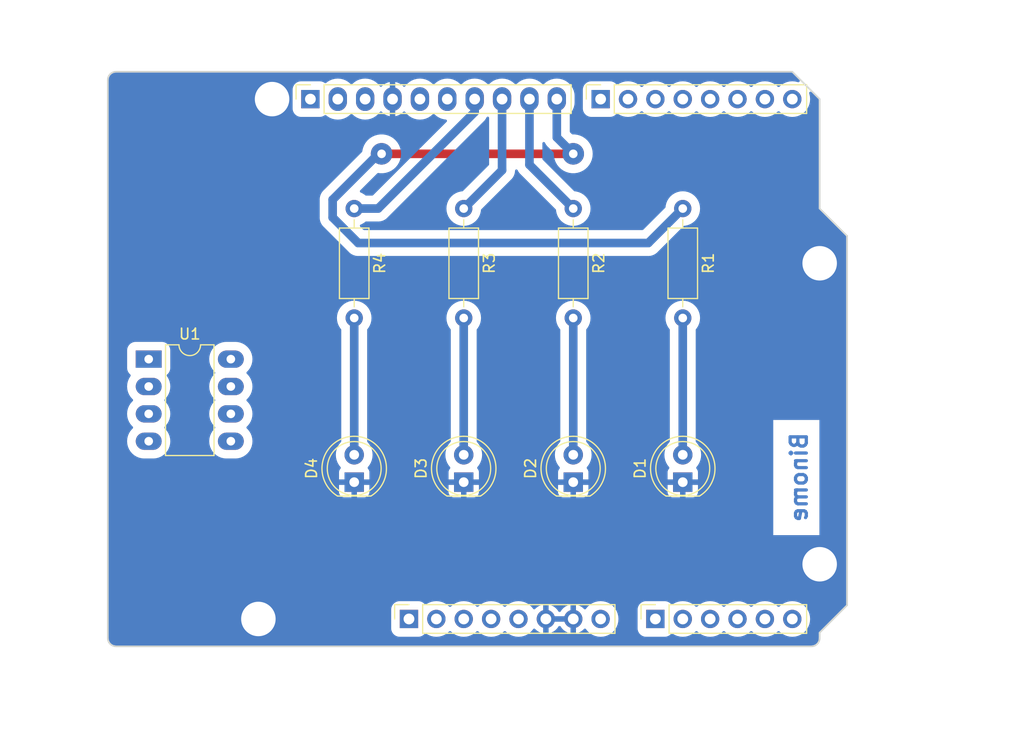
<source format=kicad_pcb>
(kicad_pcb (version 20221018) (generator pcbnew)
  (title_block (date "mar. 31 mars 2015"))
  (layers (0 "F.Cu" signal) (31 "B.Cu" signal) (34 "B.Paste" user) (35 "F.Paste" user) (36 "B.SilkS" user "B.Silkscreen") (37 "F.SilkS" user "F.Silkscreen") (38 "B.Mask" user) (39 "F.Mask" user) (44 "Edge.Cuts" user))
  (net 0 "")
  (net 1 "GND")
  (net 3 "+5V")
  (net 4 "/IOREF")
  (net 5 "/A0")
  (net 6 "/A1")
  (net 7 "/A2")
  (net 8 "/A3")
  (net 9 "/SDA{slash}A4")
  (net 10 "/A5")
  (net 11 "/13")
  (net 12 "/12")
  (net 13 "/AREF")
  (net 14 "Net-(D1-A)")
  (net 15 "/7")
  (net 16 "Net-(D2-A)")
  (net 17 "Net-(D3-A)")
  (net 18 "Net-(D4-A)")
  (net 19 "/4")
  (net 20 "/2")
  (net 21 "/*6")
  (net 22 "/*5")
  (net 23 "/TX{slash}1")
  (net 24 "/*3")
  (net 25 "/RX{slash}0")
  (net 26 "+3V3")
  (net 27 "VCC")
  (net 28 "/~{RESET}")
  (net 29 "/SCL{slash}A5")
  (net 30 "/A4")
  (net 31 "/CMD_LED_D4")
  (net 32 "/CMD_LED_D3")
  (net 33 "/CMD_LED_D2")
  (net 34 "/CMD_LED_D1")
  (footprint "Connector_PinSocket_2.54mm:PinSocket_1x08_P2.54mm_Vertical" (layer "F.Cu") (at 127.94 97.46 90)
    (fp_text reference "J1" hide)
    (fp_text value "Power")
    (fp_line (start -1.33 1.27) (end -1.33 19.11) (stroke (width 0.12)) (layer "F.SilkS"))
    (fp_line (start -1.33 1.27) (end 1.33 1.27) (stroke (width 0.12)) (layer "F.SilkS"))
    (fp_line (start -1.33 19.11) (end 1.33 19.11) (stroke (width 0.12)) (layer "F.SilkS"))
    (fp_line (start 0 -1.33) (end 1.33 -1.33) (stroke (width 0.12)) (layer "F.SilkS"))
    (fp_line (start 1.33 -1.33) (end 1.33 0) (stroke (width 0.12)) (layer "F.SilkS"))
    (fp_line (start 1.33 1.27) (end 1.33 19.11) (stroke (width 0.12)) (layer "F.SilkS"))
    (pad "1" thru_hole rect locked (at 0 0 90) (size 1.7 1.7) (drill 1) (layers "*.Cu" "*.Mask"))
    (pad "2" thru_hole oval locked (at 0 2.54 90) (size 1.7 1.7) (drill 1) (layers "*.Cu" "*.Mask") (net 4 "/IOREF"))
    (pad "3" thru_hole oval locked (at 0 5.08 90) (size 1.7 1.7) (drill 1) (layers "*.Cu" "*.Mask") (net 28 "/~{RESET}"))
    (pad "4" thru_hole oval locked (at 0 7.62 90) (size 1.7 1.7) (drill 1) (layers "*.Cu" "*.Mask") (net 26 "+3V3"))
    (pad "5" thru_hole oval locked (at 0 10.16 90) (size 1.7 1.7) (drill 1) (layers "*.Cu" "*.Mask") (net 3 "+5V"))
    (pad "6" thru_hole oval locked (at 0 12.7 90) (size 1.7 1.7) (drill 1) (layers "*.Cu" "*.Mask") (net 1 "GND"))
    (pad "7" thru_hole oval locked (at 0 15.24 90) (size 1.7 1.7) (drill 1) (layers "*.Cu" "*.Mask") (net 1 "GND"))
    (pad "8" thru_hole oval locked (at 0 17.78 90) (size 1.7 1.7) (drill 1) (layers "*.Cu" "*.Mask") (net 27 "VCC"))
  )
  (footprint "Connector_PinSocket_2.54mm:PinSocket_1x06_P2.54mm_Vertical" (layer "F.Cu") (at 150.8 97.46 90)
    (fp_text reference "J3" hide)
    (fp_text value "Analog")
    (fp_line (start -1.33 1.27) (end -1.33 14.03) (stroke (width 0.12)) (layer "F.SilkS"))
    (fp_line (start -1.33 1.27) (end 1.33 1.27) (stroke (width 0.12)) (layer "F.SilkS"))
    (fp_line (start -1.33 14.03) (end 1.33 14.03) (stroke (width 0.12)) (layer "F.SilkS"))
    (fp_line (start 0 -1.33) (end 1.33 -1.33) (stroke (width 0.12)) (layer "F.SilkS"))
    (fp_line (start 1.33 -1.33) (end 1.33 0) (stroke (width 0.12)) (layer "F.SilkS"))
    (fp_line (start 1.33 1.27) (end 1.33 14.03) (stroke (width 0.12)) (layer "F.SilkS"))
    (pad "1" thru_hole rect locked (at 0 0 90) (size 1.7 1.7) (drill 1) (layers "*.Cu" "*.Mask") (net 5 "/A0"))
    (pad "2" thru_hole oval locked (at 0 2.54 90) (size 1.7 1.7) (drill 1) (layers "*.Cu" "*.Mask") (net 6 "/A1"))
    (pad "3" thru_hole oval locked (at 0 5.08 90) (size 1.7 1.7) (drill 1) (layers "*.Cu" "*.Mask") (net 7 "/A2"))
    (pad "4" thru_hole oval locked (at 0 7.62 90) (size 1.7 1.7) (drill 1) (layers "*.Cu" "*.Mask") (net 8 "/A3"))
    (pad "5" thru_hole oval locked (at 0 10.16 90) (size 1.7 1.7) (drill 1) (layers "*.Cu" "*.Mask") (net 30 "/A4"))
    (pad "6" thru_hole oval locked (at 0 12.7 90) (size 1.7 1.7) (drill 1) (layers "*.Cu" "*.Mask") (net 10 "/A5"))
  )
  (footprint "Connector_PinSocket_2.54mm:PinSocket_1x10_P2.54mm_Vertical" (layer "F.Cu") (at 118.796 49.2 90)
    (fp_text reference "J2" hide)
    (fp_text value "Digital/PWM")
    (fp_line (start -1.33 1.27) (end -1.33 24.19) (stroke (width 0.12)) (layer "F.SilkS"))
    (fp_line (start -1.33 1.27) (end 1.33 1.27) (stroke (width 0.12)) (layer "F.SilkS"))
    (fp_line (start -1.33 24.19) (end 1.33 24.19) (stroke (width 0.12)) (layer "F.SilkS"))
    (fp_line (start 0 -1.33) (end 1.33 -1.33) (stroke (width 0.12)) (layer "F.SilkS"))
    (fp_line (start 1.33 -1.33) (end 1.33 0) (stroke (width 0.12)) (layer "F.SilkS"))
    (fp_line (start 1.33 1.27) (end 1.33 24.19) (stroke (width 0.12)) (layer "F.SilkS"))
    (pad "1" thru_hole rect locked (at 0 0 90) (size 1.7 1.7) (drill 1) (layers "*.Cu" "*.Mask") (net 29 "/SCL{slash}A5"))
    (pad "2" thru_hole oval locked (at 0 2.54 90) (size 2.2 1.7) (drill 1) (layers "*.Cu" "*.Mask") (net 9 "/SDA{slash}A4"))
    (pad "3" thru_hole oval locked (at 0 5.08 90) (size 2.2 1.7) (drill 1) (layers "*.Cu" "*.Mask") (net 13 "/AREF"))
    (pad "4" thru_hole oval locked (at 0 7.62 90) (size 2.2 1.7) (drill 1) (layers "*.Cu" "*.Mask") (net 1 "GND"))
    (pad "5" thru_hole oval locked (at 0 10.16 90) (size 2.2 1.7) (drill 1) (layers "*.Cu" "*.Mask") (net 11 "/13"))
    (pad "6" thru_hole oval locked (at 0 12.7 90) (size 2.2 1.7) (drill 1) (layers "*.Cu" "*.Mask") (net 12 "/12"))
    (pad "7" thru_hole oval locked (at 0 15.24 90) (size 2.2 1.7) (drill 1) (layers "*.Cu" "*.Mask") (net 31 "/CMD_LED_D4"))
    (pad "8" thru_hole oval locked (at 0 17.78 90) (size 2.2 1.7) (drill 1) (layers "*.Cu" "*.Mask") (net 32 "/CMD_LED_D3"))
    (pad "9" thru_hole oval locked (at 0 20.32 90) (size 2.2 1.7) (drill 1) (layers "*.Cu" "*.Mask") (net 33 "/CMD_LED_D2"))
    (pad "10" thru_hole oval locked (at 0 22.86 90) (size 2.2 1.7) (drill 1) (layers "*.Cu" "*.Mask") (net 34 "/CMD_LED_D1"))
  )
  (footprint "Connector_PinSocket_2.54mm:PinSocket_1x08_P2.54mm_Vertical" (layer "F.Cu") (at 145.72 49.2 90)
    (fp_text reference "J4" hide)
    (fp_text value "Digital/PWM")
    (fp_line (start -1.33 1.27) (end -1.33 19.11) (stroke (width 0.12)) (layer "F.SilkS"))
    (fp_line (start -1.33 1.27) (end 1.33 1.27) (stroke (width 0.12)) (layer "F.SilkS"))
    (fp_line (start -1.33 19.11) (end 1.33 19.11) (stroke (width 0.12)) (layer "F.SilkS"))
    (fp_line (start 0 -1.33) (end 1.33 -1.33) (stroke (width 0.12)) (layer "F.SilkS"))
    (fp_line (start 1.33 -1.33) (end 1.33 0) (stroke (width 0.12)) (layer "F.SilkS"))
    (fp_line (start 1.33 1.27) (end 1.33 19.11) (stroke (width 0.12)) (layer "F.SilkS"))
    (pad "1" thru_hole rect locked (at 0 0 90) (size 1.7 1.7) (drill 1) (layers "*.Cu" "*.Mask") (net 15 "/7"))
    (pad "2" thru_hole oval locked (at 0 2.54 90) (size 1.7 1.7) (drill 1) (layers "*.Cu" "*.Mask") (net 21 "/*6"))
    (pad "3" thru_hole oval locked (at 0 5.08 90) (size 1.7 1.7) (drill 1) (layers "*.Cu" "*.Mask") (net 22 "/*5"))
    (pad "4" thru_hole oval locked (at 0 7.62 90) (size 1.7 1.7) (drill 1) (layers "*.Cu" "*.Mask") (net 19 "/4"))
    (pad "5" thru_hole oval locked (at 0 10.16 90) (size 1.7 1.7) (drill 1) (layers "*.Cu" "*.Mask") (net 24 "/*3"))
    (pad "6" thru_hole oval locked (at 0 12.7 90) (size 1.7 1.7) (drill 1) (layers "*.Cu" "*.Mask") (net 20 "/2"))
    (pad "7" thru_hole oval locked (at 0 15.24 90) (size 1.7 1.7) (drill 1) (layers "*.Cu" "*.Mask") (net 23 "/TX{slash}1"))
    (pad "8" thru_hole oval locked (at 0 17.78 90) (size 1.7 1.7) (drill 1) (layers "*.Cu" "*.Mask") (net 25 "/RX{slash}0"))
  )
  (footprint "Resistor_THT:R_Axial_DIN0207_L6.3mm_D2.5mm_P10.16mm_Horizontal" (layer "F.Cu") (at 122.86 59.36 -90)
    (fp_text reference "R4" (at 5.08 -2.37 90) (layer "F.SilkS"))
    (fp_text value "R")
    (fp_line (start 1.04 0) (end 1.81 0) (stroke (width 0.12)) (layer "F.SilkS"))
    (fp_line (start 1.81 -1.37) (end 1.81 1.37) (stroke (width 0.12)) (layer "F.SilkS"))
    (fp_line (start 1.81 1.37) (end 8.35 1.37) (stroke (width 0.12)) (layer "F.SilkS"))
    (fp_line (start 8.35 -1.37) (end 1.81 -1.37) (stroke (width 0.12)) (layer "F.SilkS"))
    (fp_line (start 8.35 1.37) (end 8.35 -1.37) (stroke (width 0.12)) (layer "F.SilkS"))
    (fp_line (start 9.12 0) (end 8.35 0) (stroke (width 0.12)) (layer "F.SilkS"))
    (pad "1" thru_hole circle (at 0 0 270) (size 1.6 1.6) (drill 0.8) (layers "*.Cu" "*.Mask") (net 31 "/CMD_LED_D4"))
    (pad "2" thru_hole oval (at 10.16 0 270) (size 1.6 1.6) (drill 0.8) (layers "*.Cu" "*.Mask") (net 18 "Net-(D4-A)"))
  )
  (footprint "LED_THT:LED_D5.0mm" (layer "F.Cu") (at 122.86 84.76 90)
    (fp_text reference "D4" (at 1.27 -3.96 90) (layer "F.SilkS"))
    (fp_text value "LED")
    (fp_line (start -1.29 -1.545) (end -1.29 1.545) (stroke (width 0.12)) (layer "F.SilkS"))
    (fp_arc (start -1.29 -1.54483) (mid 2.072002 -2.880433) (end 4.26 0.000462) (stroke (width 0.12)) (layer "F.SilkS"))
    (fp_arc (start 4.26 -0.000462) (mid 2.072002 2.880433) (end -1.29 1.54483) (stroke (width 0.12)) (layer "F.SilkS"))
    (fp_circle (center 1.27 0) (end 3.77 0) (stroke (width 0.12)) (fill none) (layer "F.SilkS"))
    (pad "1" thru_hole rect (at 0 0 90) (size 1.8 1.8) (drill 0.9) (layers "*.Cu" "*.Mask") (net 1 "GND"))
    (pad "2" thru_hole circle (at 2.54 0 90) (size 1.8 1.8) (drill 0.9) (layers "*.Cu" "*.Mask") (net 18 "Net-(D4-A)"))
  )
  (footprint "Arduino_MountingHole:MountingHole_3.2mm" (layer "F.Cu") (at 115.24 49.2)
    (fp_text reference "MH1" hide)
    (fp_text value "MountingHole_3.2mm" hide)
    (pad "" np_thru_hole circle locked (at 0 0) (size 3.2 3.2) (drill 3.2) (layers "*.Cu" "*.Mask"))
  )
  (footprint "LED_THT:LED_D5.0mm" (layer "F.Cu") (at 133.02 84.76 90)
    (fp_text reference "D3" (at 1.27 -3.96 90) (layer "F.SilkS"))
    (fp_text value "LED")
    (fp_line (start -1.29 -1.545) (end -1.29 1.545) (stroke (width 0.12)) (layer "F.SilkS"))
    (fp_arc (start -1.29 -1.54483) (mid 2.072002 -2.880433) (end 4.26 0.000462) (stroke (width 0.12)) (layer "F.SilkS"))
    (fp_arc (start 4.26 -0.000462) (mid 2.072002 2.880433) (end -1.29 1.54483) (stroke (width 0.12)) (layer "F.SilkS"))
    (fp_circle (center 1.27 0) (end 3.77 0) (stroke (width 0.12)) (fill none) (layer "F.SilkS"))
    (pad "1" thru_hole rect (at 0 0 90) (size 1.8 1.8) (drill 0.9) (layers "*.Cu" "*.Mask") (net 1 "GND"))
    (pad "2" thru_hole circle (at 2.54 0 90) (size 1.8 1.8) (drill 0.9) (layers "*.Cu" "*.Mask") (net 17 "Net-(D3-A)"))
  )
  (footprint "LED_THT:LED_D5.0mm" (layer "F.Cu") (at 153.34 84.76 90)
    (fp_text reference "D1" (at 1.27 -3.96 90) (layer "F.SilkS"))
    (fp_text value "LED")
    (fp_line (start -1.29 -1.545) (end -1.29 1.545) (stroke (width 0.12)) (layer "F.SilkS"))
    (fp_arc (start -1.29 -1.54483) (mid 2.072002 -2.880433) (end 4.26 0.000462) (stroke (width 0.12)) (layer "F.SilkS"))
    (fp_arc (start 4.26 -0.000462) (mid 2.072002 2.880433) (end -1.29 1.54483) (stroke (width 0.12)) (layer "F.SilkS"))
    (fp_circle (center 1.27 0) (end 3.77 0) (stroke (width 0.12)) (fill none) (layer "F.SilkS"))
    (pad "1" thru_hole rect (at 0 0 90) (size 1.8 1.8) (drill 0.9) (layers "*.Cu" "*.Mask") (net 1 "GND"))
    (pad "2" thru_hole circle (at 2.54 0 90) (size 1.8 1.8) (drill 0.9) (layers "*.Cu" "*.Mask") (net 14 "Net-(D1-A)"))
  )
  (footprint "LED_THT:LED_D5.0mm" (layer "F.Cu") (at 143.18 84.76 90)
    (fp_text reference "D2" (at 1.27 -3.96 90) (layer "F.SilkS"))
    (fp_text value "LED")
    (fp_line (start -1.29 -1.545) (end -1.29 1.545) (stroke (width 0.12)) (layer "F.SilkS"))
    (fp_arc (start -1.29 -1.54483) (mid 2.072002 -2.880433) (end 4.26 0.000462) (stroke (width 0.12)) (layer "F.SilkS"))
    (fp_arc (start 4.26 -0.000462) (mid 2.072002 2.880433) (end -1.29 1.54483) (stroke (width 0.12)) (layer "F.SilkS"))
    (fp_circle (center 1.27 0) (end 3.77 0) (stroke (width 0.12)) (fill none) (layer "F.SilkS"))
    (pad "1" thru_hole rect (at 0 0 90) (size 1.8 1.8) (drill 0.9) (layers "*.Cu" "*.Mask") (net 1 "GND"))
    (pad "2" thru_hole circle (at 2.54 0 90) (size 1.8 1.8) (drill 0.9) (layers "*.Cu" "*.Mask") (net 16 "Net-(D2-A)"))
  )
  (footprint "Resistor_THT:R_Axial_DIN0207_L6.3mm_D2.5mm_P10.16mm_Horizontal" (layer "F.Cu") (at 133.02 59.36 -90)
    (fp_text reference "R3" (at 5.08 -2.37 90) (layer "F.SilkS"))
    (fp_text value "R")
    (fp_line (start 1.04 0) (end 1.81 0) (stroke (width 0.12)) (layer "F.SilkS"))
    (fp_line (start 1.81 -1.37) (end 1.81 1.37) (stroke (width 0.12)) (layer "F.SilkS"))
    (fp_line (start 1.81 1.37) (end 8.35 1.37) (stroke (width 0.12)) (layer "F.SilkS"))
    (fp_line (start 8.35 -1.37) (end 1.81 -1.37) (stroke (width 0.12)) (layer "F.SilkS"))
    (fp_line (start 8.35 1.37) (end 8.35 -1.37) (stroke (width 0.12)) (layer "F.SilkS"))
    (fp_line (start 9.12 0) (end 8.35 0) (stroke (width 0.12)) (layer "F.SilkS"))
    (pad "1" thru_hole circle (at 0 0 270) (size 1.6 1.6) (drill 0.8) (layers "*.Cu" "*.Mask") (net 32 "/CMD_LED_D3"))
    (pad "2" thru_hole oval (at 10.16 0 270) (size 1.6 1.6) (drill 0.8) (layers "*.Cu" "*.Mask") (net 17 "Net-(D3-A)"))
  )
  (footprint "Resistor_THT:R_Axial_DIN0207_L6.3mm_D2.5mm_P10.16mm_Horizontal" (layer "F.Cu") (at 153.34 59.36 -90)
    (fp_text reference "R1" (at 5.08 -2.37 90) (layer "F.SilkS"))
    (fp_text value "R")
    (fp_line (start 1.04 0) (end 1.81 0) (stroke (width 0.12)) (layer "F.SilkS"))
    (fp_line (start 1.81 -1.37) (end 1.81 1.37) (stroke (width 0.12)) (layer "F.SilkS"))
    (fp_line (start 1.81 1.37) (end 8.35 1.37) (stroke (width 0.12)) (layer "F.SilkS"))
    (fp_line (start 8.35 -1.37) (end 1.81 -1.37) (stroke (width 0.12)) (layer "F.SilkS"))
    (fp_line (start 8.35 1.37) (end 8.35 -1.37) (stroke (width 0.12)) (layer "F.SilkS"))
    (fp_line (start 9.12 0) (end 8.35 0) (stroke (width 0.12)) (layer "F.SilkS"))
    (pad "1" thru_hole circle (at 0 0 270) (size 1.6 1.6) (drill 0.8) (layers "*.Cu" "*.Mask") (net 34 "/CMD_LED_D1"))
    (pad "2" thru_hole oval (at 10.16 0 270) (size 1.6 1.6) (drill 0.8) (layers "*.Cu" "*.Mask") (net 14 "Net-(D1-A)"))
  )
  (footprint "Package_DIP:DIP-8_W7.62mm_LongPads" (layer "F.Cu") (at 103.795 73.34)
    (fp_text reference "U1" (at 3.81 -2.33) (layer "F.SilkS"))
    (fp_text value "LT1050")
    (fp_line (start 1.56 -1.33) (end 1.56 8.95) (stroke (width 0.12)) (layer "F.SilkS"))
    (fp_line (start 1.56 8.95) (end 6.06 8.95) (stroke (width 0.12)) (layer "F.SilkS"))
    (fp_line (start 2.81 -1.33) (end 1.56 -1.33) (stroke (width 0.12)) (layer "F.SilkS"))
    (fp_line (start 6.06 -1.33) (end 4.81 -1.33) (stroke (width 0.12)) (layer "F.SilkS"))
    (fp_line (start 6.06 8.95) (end 6.06 -1.33) (stroke (width 0.12)) (layer "F.SilkS"))
    (fp_arc (start 4.81 -1.33) (mid 3.81 -0.33) (end 2.81 -1.33) (stroke (width 0.12)) (layer "F.SilkS"))
    (pad "1" thru_hole rect (at 0 0) (size 2.4 1.6) (drill 0.8) (layers "*.Cu" "*.Mask"))
    (pad "2" thru_hole oval (at 0 2.54) (size 2.4 1.6) (drill 0.8) (layers "*.Cu" "*.Mask"))
    (pad "3" thru_hole oval (at 0 5.08) (size 2.4 1.6) (drill 0.8) (layers "*.Cu" "*.Mask"))
    (pad "4" thru_hole oval (at 0 7.62) (size 2.4 1.6) (drill 0.8) (layers "*.Cu" "*.Mask"))
    (pad "5" thru_hole oval (at 7.62 7.62) (size 2.4 1.6) (drill 0.8) (layers "*.Cu" "*.Mask"))
    (pad "6" thru_hole oval (at 7.62 5.08) (size 2.4 1.6) (drill 0.8) (layers "*.Cu" "*.Mask"))
    (pad "7" thru_hole oval (at 7.62 2.54) (size 2.4 1.6) (drill 0.8) (layers "*.Cu" "*.Mask"))
    (pad "8" thru_hole oval (at 7.62 0) (size 2.4 1.6) (drill 0.8) (layers "*.Cu" "*.Mask"))
  )
  (footprint "Resistor_THT:R_Axial_DIN0207_L6.3mm_D2.5mm_P10.16mm_Horizontal" (layer "F.Cu") (at 143.18 59.36 -90)
    (fp_text reference "R2" (at 5.08 -2.37 90) (layer "F.SilkS"))
    (fp_text value "R")
    (fp_line (start 1.04 0) (end 1.81 0) (stroke (width 0.12)) (layer "F.SilkS"))
    (fp_line (start 1.81 -1.37) (end 1.81 1.37) (stroke (width 0.12)) (layer "F.SilkS"))
    (fp_line (start 1.81 1.37) (end 8.35 1.37) (stroke (width 0.12)) (layer "F.SilkS"))
    (fp_line (start 8.35 -1.37) (end 1.81 -1.37) (stroke (width 0.12)) (layer "F.SilkS"))
    (fp_line (start 8.35 1.37) (end 8.35 -1.37) (stroke (width 0.12)) (layer "F.SilkS"))
    (fp_line (start 9.12 0) (end 8.35 0) (stroke (width 0.12)) (layer "F.SilkS"))
    (pad "1" thru_hole circle (at 0 0 270) (size 1.6 1.6) (drill 0.8) (layers "*.Cu" "*.Mask") (net 33 "/CMD_LED_D2"))
    (pad "2" thru_hole oval (at 10.16 0 270) (size 1.6 1.6) (drill 0.8) (layers "*.Cu" "*.Mask") (net 16 "Net-(D2-A)"))
  )
  (footprint "Arduino_MountingHole:MountingHole_3.2mm" (layer "F.Cu") (at 113.97 97.46)
    (fp_text reference "MH2" hide)
    (fp_text value "MountingHole_3.2mm" hide)
    (pad "" np_thru_hole circle locked (at 0 0) (size 3.2 3.2) (drill 3.2) (layers "*.Cu" "*.Mask"))
  )
  (footprint "Arduino_MountingHole:MountingHole_3.2mm" (layer "F.Cu") (at 166.04 64.44)
    (fp_text reference "MH3" hide)
    (fp_text value "MountingHole_3.2mm" hide)
    (pad "" np_thru_hole circle locked (at 0 0) (size 3.2 3.2) (drill 3.2) (layers "*.Cu" "*.Mask"))
  )
  (footprint "Arduino_MountingHole:MountingHole_3.2mm" (layer "F.Cu") (at 166.04 92.38)
    (fp_text reference "MH4" hide)
    (fp_text value "MountingHole_3.2mm" hide)
    (pad "" np_thru_hole circle locked (at 0 0) (size 3.2 3.2) (drill 3.2) (layers "*.Cu" "*.Mask"))
  )
  (gr_line (start 166.04 59.36) (end 168.58 61.9) (stroke (width 0.15)) (layer "Edge.Cuts"))
  (gr_line (start 100 99.238) (end 100 47.422) (stroke (width 0.15)) (layer "Edge.Cuts"))
  (gr_line (start 168.58 61.9) (end 168.58 96.19) (stroke (width 0.15)) (layer "Edge.Cuts"))
  (gr_line (start 165.278 100) (end 100.762 100) (stroke (width 0.15)) (layer "Edge.Cuts"))
  (gr_line (start 100.762 46.66) (end 163.5 46.66) (stroke (width 0.15)) (layer "Edge.Cuts"))
  (gr_arc (start 100.762 100) (mid 100.223185 99.776815) (end 100 99.238) (stroke (width 0.15)) (layer "Edge.Cuts"))
  (gr_line (start 168.58 96.19) (end 166.04 98.73) (stroke (width 0.15)) (layer "Edge.Cuts"))
  (gr_line (start 163.5 46.66) (end 166.04 49.2) (stroke (width 0.15)) (layer "Edge.Cuts"))
  (gr_arc (start 166.04 99.238) (mid 165.816815 99.776815) (end 165.278 100) (stroke (width 0.15)) (layer "Edge.Cuts"))
  (gr_line (start 166.04 49.2) (end 166.04 59.36) (stroke (width 0.15)) (layer "Edge.Cuts"))
  (gr_line (start 166.04 98.73) (end 166.04 99.238) (stroke (width 0.15)) (layer "Edge.Cuts"))
  (gr_arc (start 100 47.422) (mid 100.223185 46.883185) (end 100.762 46.66) (stroke (width 0.15)) (layer "Edge.Cuts"))
  (gr_text "Binome" (at 165 80 90) (layer "B.Cu") (effects (font (size 1.5 1.5) (thickness 0.3) bold) (justify left bottom mirror)))
  (segment (start 153.34 69.52) (end 153.34 82.22) (width 0.8) (layer "B.Cu") (net 14))
  (segment (start 143.18 69.52) (end 143.18 82.22) (width 0.8) (layer "B.Cu") (net 16))
  (segment (start 133.02 82.22) (end 133.02 69.52) (width 0.8) (layer "B.Cu") (net 17))
  (segment (start 122.86 69.52) (end 122.86 82.22) (width 0.8) (layer "B.Cu") (net 18))
  (segment (start 134.036 50.402081) (end 134.036 49.2) (width 0.8) (layer "B.Cu") (net 31))
  (segment (start 125.078081 59.36) (end 134.036 50.402081) (width 0.8) (layer "B.Cu") (net 31))
  (segment (start 122.86 59.36) (end 125.078081 59.36) (width 0.8) (layer "B.Cu") (net 31))
  (segment (start 136.576 55.804) (end 136.576 49.2) (width 0.8) (layer "B.Cu") (net 32))
  (segment (start 133.02 59.36) (end 136.576 55.804) (width 0.8) (layer "B.Cu") (net 32))
  (segment (start 139.116 55.296) (end 139.116 49.2) (width 0.8) (layer "B.Cu") (net 33))
  (segment (start 143.18 59.36) (end 139.116 55.296) (width 0.8) (layer "B.Cu") (net 33))
  (segment (start 143.18 54.28) (end 125.4 54.28) (width 0.8) (layer "F.Cu") (net 34))
  (via (at 125.4 54.28) (size 2) (drill 0.8) (layers "F.Cu" "B.Cu") (net 34))
  (via (at 143.18 54.28) (size 2) (drill 0.8) (layers "F.Cu" "B.Cu") (net 34))
  (segment (start 120.86 60.188428) (end 123.231073 62.559501) (width 0.8) (layer "B.Cu") (net 34))
  (segment (start 141.656 49.2) (end 141.656 52.756) (width 0.8) (layer "B.Cu") (net 34))
  (segment (start 125.4 54.28) (end 125.111572 54.28) (width 0.8) (layer "B.Cu") (net 34))
  (segment (start 123.231073 62.559501) (end 150.140499 62.559501) (width 0.8) (layer "B.Cu") (net 34))
  (segment (start 150.140499 62.559501) (end 153.34 59.36) (width 0.8) (layer "B.Cu") (net 34))
  (segment (start 125.111572 54.28) (end 120.86 58.531572) (width 0.8) (layer "B.Cu") (net 34))
  (segment (start 141.656 52.756) (end 143.18 54.28) (width 0.8) (layer "B.Cu") (net 34))
  (segment (start 120.86 58.531572) (end 120.86 60.188428) (width 0.8) (layer "B.Cu") (net 34))
  (zone (net 1) (net_name "GND") (layer "B.Cu") (connect_pads (clearance 0.508)) (min_thickness 0.254) (fill yes (thermal_gap 0.508) (thermal_bridge_width 0.508))
    (polygon (pts (xy 90 40) (xy 90 110) (xy 185 110) (xy 185 40)))
  )
)
</source>
